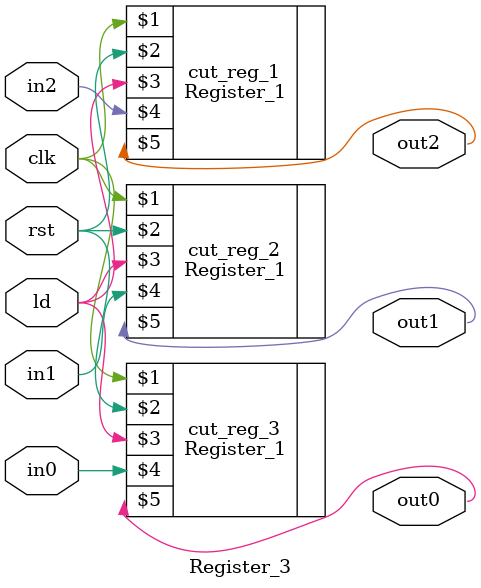
<source format=v>
`timescale 1ns/1ns

module Register_3(input clk , rst , ld ,
                  input in2 , in1 , in0 ,
                  output out2 , out1 , out0);
  
  Register_1 cut_reg_1(clk , rst , ld , in2 , out2);
  Register_1 cut_reg_2(clk , rst , ld , in1 , out1);
  Register_1 cut_reg_3(clk , rst , ld , in0 , out0);
  
endmodule


</source>
